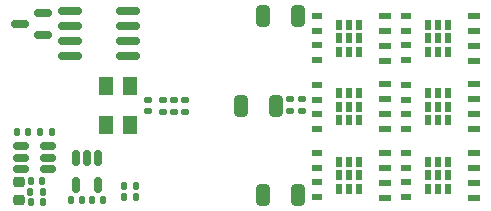
<source format=gbr>
%TF.GenerationSoftware,KiCad,Pcbnew,(6.0.5)*%
%TF.CreationDate,2022-09-11T00:02:45-04:00*%
%TF.ProjectId,GoldESC,476f6c64-4553-4432-9e6b-696361645f70,rev?*%
%TF.SameCoordinates,Original*%
%TF.FileFunction,Paste,Bot*%
%TF.FilePolarity,Positive*%
%FSLAX46Y46*%
G04 Gerber Fmt 4.6, Leading zero omitted, Abs format (unit mm)*
G04 Created by KiCad (PCBNEW (6.0.5)) date 2022-09-11 00:02:45*
%MOMM*%
%LPD*%
G01*
G04 APERTURE LIST*
G04 Aperture macros list*
%AMRoundRect*
0 Rectangle with rounded corners*
0 $1 Rounding radius*
0 $2 $3 $4 $5 $6 $7 $8 $9 X,Y pos of 4 corners*
0 Add a 4 corners polygon primitive as box body*
4,1,4,$2,$3,$4,$5,$6,$7,$8,$9,$2,$3,0*
0 Add four circle primitives for the rounded corners*
1,1,$1+$1,$2,$3*
1,1,$1+$1,$4,$5*
1,1,$1+$1,$6,$7*
1,1,$1+$1,$8,$9*
0 Add four rect primitives between the rounded corners*
20,1,$1+$1,$2,$3,$4,$5,0*
20,1,$1+$1,$4,$5,$6,$7,0*
20,1,$1+$1,$6,$7,$8,$9,0*
20,1,$1+$1,$8,$9,$2,$3,0*%
G04 Aperture macros list end*
%ADD10R,0.600000X0.900000*%
%ADD11R,0.900000X0.600000*%
%ADD12R,1.050000X0.600000*%
%ADD13R,1.300000X1.600000*%
%ADD14RoundRect,0.140000X0.140000X0.170000X-0.140000X0.170000X-0.140000X-0.170000X0.140000X-0.170000X0*%
%ADD15RoundRect,0.135000X-0.135000X-0.185000X0.135000X-0.185000X0.135000X0.185000X-0.135000X0.185000X0*%
%ADD16RoundRect,0.135000X-0.185000X0.135000X-0.185000X-0.135000X0.185000X-0.135000X0.185000X0.135000X0*%
%ADD17RoundRect,0.225000X0.250000X-0.225000X0.250000X0.225000X-0.250000X0.225000X-0.250000X-0.225000X0*%
%ADD18RoundRect,0.150000X0.825000X0.150000X-0.825000X0.150000X-0.825000X-0.150000X0.825000X-0.150000X0*%
%ADD19RoundRect,0.135000X0.135000X0.185000X-0.135000X0.185000X-0.135000X-0.185000X0.135000X-0.185000X0*%
%ADD20RoundRect,0.150000X0.587500X0.150000X-0.587500X0.150000X-0.587500X-0.150000X0.587500X-0.150000X0*%
%ADD21RoundRect,0.135000X0.185000X-0.135000X0.185000X0.135000X-0.185000X0.135000X-0.185000X-0.135000X0*%
%ADD22RoundRect,0.150000X-0.150000X0.512500X-0.150000X-0.512500X0.150000X-0.512500X0.150000X0.512500X0*%
%ADD23RoundRect,0.140000X-0.170000X0.140000X-0.170000X-0.140000X0.170000X-0.140000X0.170000X0.140000X0*%
%ADD24RoundRect,0.140000X-0.140000X-0.170000X0.140000X-0.170000X0.140000X0.170000X-0.140000X0.170000X0*%
%ADD25RoundRect,0.250000X0.325000X0.650000X-0.325000X0.650000X-0.325000X-0.650000X0.325000X-0.650000X0*%
%ADD26RoundRect,0.250000X-0.325000X-0.650000X0.325000X-0.650000X0.325000X0.650000X-0.325000X0.650000X0*%
%ADD27RoundRect,0.150000X0.512500X0.150000X-0.512500X0.150000X-0.512500X-0.150000X0.512500X-0.150000X0*%
G04 APERTURE END LIST*
D10*
%TO.C,Q4*%
X17165000Y4550000D03*
X17165000Y6850000D03*
X17165000Y5700000D03*
X15465000Y5700000D03*
X15465000Y4550000D03*
X16315000Y4550000D03*
X16315000Y6850000D03*
X15465000Y6850000D03*
D11*
X13615000Y6300000D03*
D10*
X16315000Y5700000D03*
D11*
X13615000Y5100000D03*
X13615000Y7580000D03*
X13615000Y3820000D03*
D12*
X19335000Y7610000D03*
X19335000Y6340000D03*
X19335000Y5060000D03*
X19335000Y3790000D03*
%TD*%
D13*
%TO.C,U81*%
X-9800000Y1650000D03*
X-9800000Y-1650000D03*
X-11800000Y-1650000D03*
X-11800000Y1650000D03*
%TD*%
D14*
%TO.C,C53*%
X-13820000Y-8000000D03*
X-14780000Y-8000000D03*
%TD*%
D10*
%TO.C,Q3*%
X9665000Y-4750000D03*
X9665000Y-5900000D03*
D11*
X6115000Y-6500000D03*
D10*
X9665000Y-7050000D03*
X8815000Y-4750000D03*
X8815000Y-7050000D03*
X7965000Y-5900000D03*
X7965000Y-7050000D03*
D11*
X6115000Y-4020000D03*
D10*
X8815000Y-5900000D03*
D11*
X6115000Y-7780000D03*
X6115000Y-5300000D03*
D10*
X7965000Y-4750000D03*
D12*
X11835000Y-3990000D03*
X11835000Y-5260000D03*
X11835000Y-6540000D03*
X11835000Y-7810000D03*
%TD*%
D10*
%TO.C,Q1*%
X8815000Y6850000D03*
X9665000Y6850000D03*
X7965000Y4550000D03*
D11*
X6115000Y6300000D03*
D10*
X9665000Y5700000D03*
X8815000Y4550000D03*
X7965000Y5700000D03*
X7965000Y6850000D03*
D11*
X6115000Y7580000D03*
D10*
X8815000Y5700000D03*
D11*
X6115000Y3820000D03*
D10*
X9665000Y4550000D03*
D11*
X6115000Y5100000D03*
D12*
X11835000Y7610000D03*
X11835000Y6340000D03*
X11835000Y5060000D03*
X11835000Y3790000D03*
%TD*%
D15*
%TO.C,R61*%
X-18160000Y-8150000D03*
X-17140000Y-8150000D03*
%TD*%
D16*
%TO.C,R41*%
X4800000Y560000D03*
X4800000Y-460000D03*
%TD*%
D17*
%TO.C,C60*%
X-19177000Y-8025000D03*
X-19177000Y-6475000D03*
%TD*%
D18*
%TO.C,U30*%
X-9925000Y8005000D03*
X-9925000Y6735000D03*
X-9925000Y5465000D03*
X-9925000Y4195000D03*
X-14875000Y4195000D03*
X-14875000Y5465000D03*
X-14875000Y6735000D03*
X-14875000Y8005000D03*
%TD*%
D19*
%TO.C,R85*%
X-9290000Y-7750000D03*
X-10310000Y-7750000D03*
%TD*%
D20*
%TO.C,U31*%
X-17162500Y7850000D03*
X-17162500Y5950000D03*
X-19037500Y6900000D03*
%TD*%
D11*
%TO.C,Q2*%
X6115000Y1780000D03*
D10*
X9665000Y-100000D03*
X8815000Y-100000D03*
X9665000Y1050000D03*
D11*
X6115000Y-1980000D03*
D10*
X7965000Y-1250000D03*
D11*
X6115000Y-700000D03*
D10*
X7965000Y1050000D03*
D11*
X6115000Y500000D03*
D10*
X7965000Y-100000D03*
X8815000Y-1250000D03*
X8815000Y1050000D03*
X9665000Y-1250000D03*
D12*
X11835000Y1810000D03*
X11835000Y540000D03*
X11835000Y-740000D03*
X11835000Y-2010000D03*
%TD*%
D21*
%TO.C,R30*%
X-7000000Y-510000D03*
X-7000000Y510000D03*
%TD*%
D19*
%TO.C,R60*%
X-17167000Y-7300000D03*
X-18187000Y-7300000D03*
%TD*%
D22*
%TO.C,U50*%
X-14350000Y-4462500D03*
X-13400000Y-4462500D03*
X-12450000Y-4462500D03*
X-12450000Y-6737500D03*
X-14350000Y-6737500D03*
%TD*%
D23*
%TO.C,C80*%
X-8200000Y480000D03*
X-8200000Y-480000D03*
%TD*%
D10*
%TO.C,Q5*%
X17165000Y-100000D03*
X16315000Y-1250000D03*
X16315000Y-100000D03*
X16315000Y1050000D03*
X17165000Y1050000D03*
D11*
X13615000Y-700000D03*
X13615000Y1780000D03*
X13615000Y500000D03*
D10*
X15465000Y-100000D03*
X17165000Y-1250000D03*
D11*
X13615000Y-1980000D03*
D10*
X15465000Y1050000D03*
X15465000Y-1250000D03*
D12*
X19335000Y1810000D03*
X19335000Y540000D03*
X19335000Y-740000D03*
X19335000Y-2010000D03*
%TD*%
D24*
%TO.C,C52*%
X-12980000Y-8000000D03*
X-12020000Y-8000000D03*
%TD*%
D25*
%TO.C,C1*%
X4475000Y7600000D03*
X1525000Y7600000D03*
%TD*%
D26*
%TO.C,C3*%
X1525000Y-7600000D03*
X4475000Y-7600000D03*
%TD*%
D16*
%TO.C,R80*%
X-5100000Y510000D03*
X-5100000Y-510000D03*
%TD*%
D24*
%TO.C,C62*%
X-18157000Y-6400000D03*
X-17197000Y-6400000D03*
%TD*%
D25*
%TO.C,C2*%
X2575000Y0D03*
X-375000Y0D03*
%TD*%
D24*
%TO.C,C63*%
X-17357000Y-2200000D03*
X-16397000Y-2200000D03*
%TD*%
D16*
%TO.C,R31*%
X-6050000Y510000D03*
X-6050000Y-510000D03*
%TD*%
D10*
%TO.C,Q6*%
X15465000Y-5900000D03*
X16315000Y-5900000D03*
X16315000Y-4750000D03*
D11*
X13615000Y-5300000D03*
D10*
X17165000Y-7050000D03*
X17165000Y-4750000D03*
D11*
X13615000Y-6500000D03*
D10*
X17165000Y-5900000D03*
X15465000Y-7050000D03*
X16315000Y-7050000D03*
X15465000Y-4750000D03*
D11*
X13615000Y-4020000D03*
X13615000Y-7780000D03*
D12*
X19335000Y-3990000D03*
X19335000Y-5260000D03*
X19335000Y-6540000D03*
X19335000Y-7810000D03*
%TD*%
D27*
%TO.C,U60*%
X-16739500Y-3450000D03*
X-16739500Y-4400000D03*
X-16739500Y-5350000D03*
X-19014500Y-5350000D03*
X-19014500Y-4400000D03*
X-19014500Y-3450000D03*
%TD*%
D24*
%TO.C,C61*%
X-19357000Y-2200000D03*
X-18397000Y-2200000D03*
%TD*%
D19*
%TO.C,R84*%
X-9290000Y-6850000D03*
X-10310000Y-6850000D03*
%TD*%
D21*
%TO.C,R40*%
X3800000Y-460000D03*
X3800000Y560000D03*
%TD*%
M02*

</source>
